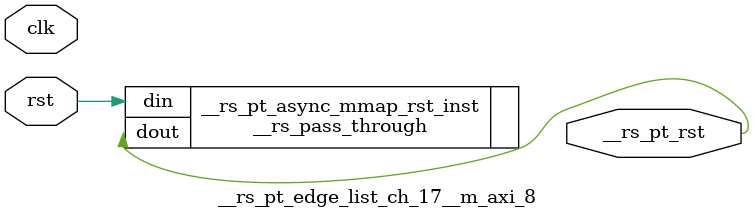
<source format=v>
`timescale 1 ns / 1 ps
/**   Generated by RapidStream   **/
module __rs_pt_edge_list_ch_17__m_axi_8 #(
    parameter BufferSize         = 32,
    parameter BufferSizeLog      = 5,
    parameter AddrWidth          = 64,
    parameter AxiSideAddrWidth   = 64,
    parameter DataWidth          = 512,
    parameter DataWidthBytesLog  = 6,
    parameter WaitTimeWidth      = 4,
    parameter BurstLenWidth      = 8,
    parameter EnableReadChannel  = 1,
    parameter EnableWriteChannel = 1,
    parameter MaxWaitTime        = 3,
    parameter MaxBurstLen        = 15
) (
    output wire __rs_pt_rst,
    input wire  clk,
    input wire  rst
);




__rs_pass_through #(
    .WIDTH (1)
) __rs_pt_async_mmap_rst_inst /**   Generated by RapidStream   **/ (
    .din  (rst),
    .dout (__rs_pt_rst)
);

endmodule  // __rs_pt_edge_list_ch_17__m_axi_8
</source>
